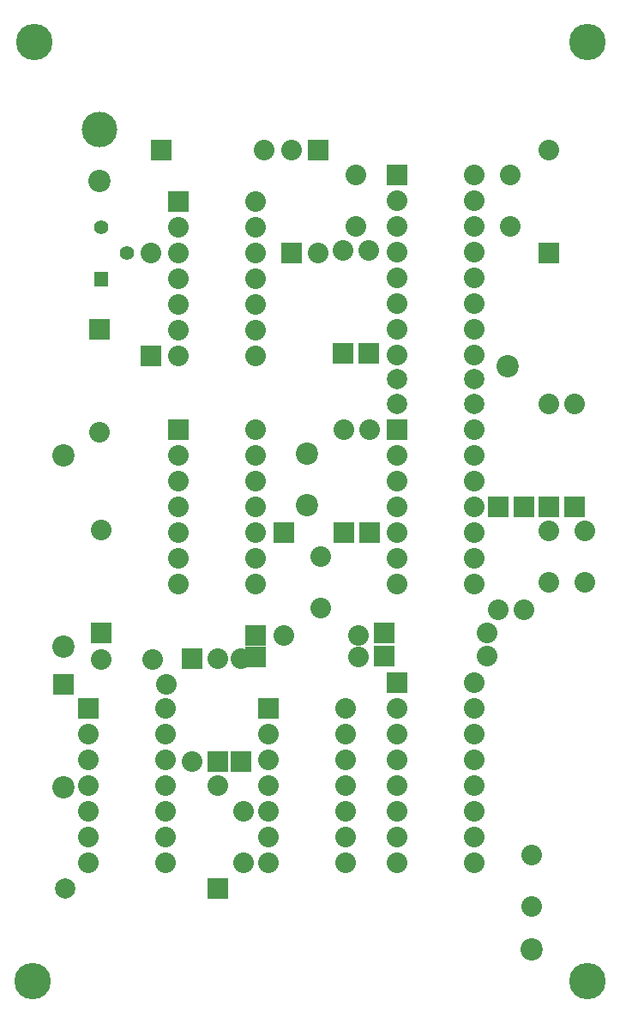
<source format=gbr>
G04 start of page 2 for group 3 layer_idx 0 *
G04 Title: (unknown), top_copper *
G04 Creator: pcb-rnd 2.1.0 *
G04 CreationDate: 2018-12-10 02:10:37 UTC *
G04 For: oscar *
G04 Format: Gerber/RS-274X *
G04 PCB-Dimensions: 244800 394800 *
G04 PCB-Coordinate-Origin: lower left *
%MOIN*%
%FSLAX25Y25*%
%LNTOP*%
%ADD187C,0.0315*%
%ADD186C,0.0350*%
%ADD185C,0.0787*%
%ADD184C,0.0472*%
%ADD183C,0.0394*%
%ADD182C,0.0150*%
%ADD181C,0.0394*%
%ADD180C,0.0787*%
%ADD179C,0.0550*%
%ADD178C,0.1417*%
%ADD177C,0.1378*%
%ADD176C,0.0866*%
%ADD175C,0.0800*%
%ADD174C,0.0001*%
G54D174*G36*
X38500Y145300D02*Y153300D01*
X46500D01*
Y145300D01*
X38500D01*
G37*
G54D175*X42500Y189300D03*
Y138800D03*
G54D176*X28000Y143800D03*
G54D174*G36*
X33500Y123800D02*X41500D01*
Y115800D01*
X33500D01*
Y123800D01*
G37*
G54D175*X37500Y109800D03*
Y99800D03*
Y89800D03*
G54D176*X28000Y89300D03*
G54D174*G36*
X24000Y133300D02*X32000D01*
Y125300D01*
X24000D01*
Y133300D01*
G37*
G36*
X46000Y271300D02*Y263300D01*
X38000D01*
Y271300D01*
X46000D01*
G37*
G54D175*X42000Y227300D03*
G54D176*X28000Y218300D03*
G54D177*X42000Y344800D03*
G54D176*Y324800D03*
G54D178*X16500Y378800D03*
G54D174*G36*
X45250Y284050D02*X39750D01*
Y289550D01*
X45250D01*
Y284050D01*
G37*
G54D179*X52500Y296800D03*
X42500Y306800D03*
G54D175*X67500Y119800D03*
Y109800D03*
Y99800D03*
X68000Y129300D03*
G54D174*G36*
X103500Y123800D02*X111500D01*
Y115800D01*
X103500D01*
Y123800D01*
G37*
G54D175*X137500Y119800D03*
X107500Y109800D03*
X137500D03*
X107500Y99800D03*
G54D174*G36*
X98500Y143800D02*X106500D01*
Y135800D01*
X98500D01*
Y143800D01*
G37*
G36*
Y152300D02*X106500D01*
Y144300D01*
X98500D01*
Y152300D01*
G37*
G54D175*X88000Y139300D03*
G54D174*G36*
X82000Y143300D02*Y135300D01*
X74000D01*
Y143300D01*
X82000D01*
G37*
G54D175*X97000Y139300D03*
X116500Y336800D03*
G54D174*G36*
X131000Y340800D02*Y332800D01*
X123000D01*
Y340800D01*
X131000D01*
G37*
G36*
X112500Y292800D02*Y300800D01*
X120500D01*
Y292800D01*
X112500D01*
G37*
G54D175*X127000Y296800D03*
X136500Y297800D03*
X146500D03*
X141500Y307300D03*
Y327300D03*
X137500Y99800D03*
X142500Y139800D03*
Y148300D03*
G54D174*G36*
X133000Y184300D02*Y192300D01*
X141000D01*
Y184300D01*
X133000D01*
G37*
G54D175*X113500Y148300D03*
G54D176*X122500Y198800D03*
G54D175*X128000Y178800D03*
Y158800D03*
X137000Y228300D03*
G54D174*G36*
X132500Y253800D02*Y261800D01*
X140500D01*
Y253800D01*
X132500D01*
G37*
G36*
X142500D02*Y261800D01*
X150500D01*
Y253800D01*
X142500D01*
G37*
G36*
X143000Y184300D02*Y192300D01*
X151000D01*
Y184300D01*
X143000D01*
G37*
G36*
X117500Y192300D02*Y184300D01*
X109500D01*
Y192300D01*
X117500D01*
G37*
G54D175*X147000Y228300D03*
G54D176*X122500Y218800D03*
G54D174*G36*
X153500Y232300D02*X161500D01*
Y224300D01*
X153500D01*
Y232300D01*
G37*
G54D175*X157500Y218300D03*
Y208300D03*
G54D180*Y238300D03*
G54D175*Y198300D03*
Y188300D03*
Y178300D03*
Y168300D03*
G54D174*G36*
X153500Y133800D02*X161500D01*
Y125800D01*
X153500D01*
Y133800D01*
G37*
G54D175*X157500Y119800D03*
Y109800D03*
Y99800D03*
G54D174*G36*
X148500Y153300D02*X156500D01*
Y145300D01*
X148500D01*
Y153300D01*
G37*
G36*
Y144300D02*X156500D01*
Y136300D01*
X148500D01*
Y144300D01*
G37*
G36*
X153500Y331300D02*X161500D01*
Y323300D01*
X153500D01*
Y331300D01*
G37*
G54D175*X157500Y317300D03*
Y307300D03*
Y297300D03*
Y287300D03*
Y277300D03*
Y267300D03*
Y257300D03*
G54D180*Y247800D03*
G54D175*X187500Y228300D03*
Y218300D03*
Y208300D03*
G54D174*G36*
X201000Y202300D02*Y194300D01*
X193000D01*
Y202300D01*
X201000D01*
G37*
G54D175*X197000Y158300D03*
G54D174*G36*
X211000Y202300D02*Y194300D01*
X203000D01*
Y202300D01*
X211000D01*
G37*
G54D175*X207000Y158300D03*
X192500Y149300D03*
Y140300D03*
G54D174*G36*
X212500Y194300D02*Y202300D01*
X220500D01*
Y194300D01*
X212500D01*
G37*
G54D175*X216500Y238300D03*
G54D176*X200500Y252800D03*
G54D180*X187500Y247800D03*
Y238300D03*
G54D174*G36*
X222500Y194300D02*Y202300D01*
X230500D01*
Y194300D01*
X222500D01*
G37*
G54D175*X230500Y168800D03*
Y188800D03*
X216500Y168800D03*
Y188800D03*
X226500Y238300D03*
X187500Y198300D03*
Y188300D03*
Y178300D03*
Y168300D03*
Y129800D03*
Y119800D03*
Y109800D03*
Y99800D03*
Y327300D03*
X216500Y336800D03*
X201500Y327300D03*
G54D178*X231500Y378800D03*
G54D175*X187500Y317300D03*
Y307300D03*
G54D174*G36*
X212500Y292800D02*Y300800D01*
X220500D01*
Y292800D01*
X212500D01*
G37*
G54D175*X201500Y307300D03*
X187500Y297300D03*
Y287300D03*
Y277300D03*
Y267300D03*
Y257300D03*
X67500Y89800D03*
X88000D03*
X107500D03*
Y79800D03*
Y69800D03*
X98000Y79800D03*
X137500Y89800D03*
Y79800D03*
Y69800D03*
X107500Y59800D03*
X98000D03*
X137500D03*
X157500Y89800D03*
Y79800D03*
Y69800D03*
Y59800D03*
X187500Y89800D03*
Y79800D03*
Y69800D03*
Y59800D03*
X210000Y42800D03*
Y62800D03*
G54D178*X231500Y13800D03*
G54D176*X210000Y26300D03*
G54D175*X37500Y79800D03*
G54D174*G36*
X68500Y232300D02*X76500D01*
Y224300D01*
X68500D01*
Y232300D01*
G37*
G54D175*X102500Y228300D03*
X72500Y218300D03*
X102500D03*
X67500Y79800D03*
G54D174*G36*
X84000Y95300D02*Y103300D01*
X92000D01*
Y95300D01*
X84000D01*
G37*
G54D175*X78000Y99300D03*
G54D174*G36*
X93000Y95300D02*Y103300D01*
X101000D01*
Y95300D01*
X93000D01*
G37*
G54D175*X67500Y69800D03*
Y59800D03*
G54D174*G36*
X84000Y45800D02*Y53800D01*
X92000D01*
Y45800D01*
X84000D01*
G37*
G36*
X68500Y320800D02*X76500D01*
Y312800D01*
X68500D01*
Y320800D01*
G37*
G54D175*X72500Y306800D03*
Y296800D03*
Y286800D03*
Y276800D03*
Y266800D03*
Y208300D03*
Y256800D03*
G54D174*G36*
X62000Y340800D02*X70000D01*
Y332800D01*
X62000D01*
Y340800D01*
G37*
G36*
X58000Y252800D02*Y260800D01*
X66000D01*
Y252800D01*
X58000D01*
G37*
G54D175*X62000Y296800D03*
X102500Y316800D03*
Y306800D03*
Y296800D03*
Y286800D03*
Y276800D03*
Y266800D03*
Y208300D03*
Y256800D03*
X106000Y336800D03*
X72500Y198300D03*
Y188300D03*
Y178300D03*
Y168300D03*
X62500Y138800D03*
X102500Y198300D03*
Y188300D03*
Y178300D03*
Y168300D03*
X37500Y69800D03*
Y59800D03*
G54D180*X28500Y49800D03*
G54D178*X16000Y13800D03*
G54D181*G54D182*G54D183*G54D181*G54D183*G54D181*G54D183*G54D184*G54D183*G54D185*G54D186*G54D181*G54D182*G54D181*G54D183*G54D182*G54D181*G54D183*G54D181*G54D187*G54D181*G54D187*G54D181*G54D183*G54D187*G54D181*G54D182*G54D181*G54D182*G54D185*G54D181*G54D182*G54D181*G54D182*G54D181*G54D182*G54D181*G54D182*G54D185*G54D183*G54D181*G54D182*G54D181*G54D187*G54D185*M02*

</source>
